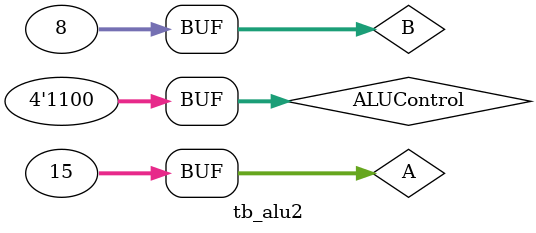
<source format=v>
`timescale 1ns/1ns
module tb_alu2();
reg [3:0] ALUControl;
reg [31:0] A, B;
wire [31:0] ALUResult;
wire Zero;

ALU32Bit u0(.ALUControl(ALUControl), .A(A), .B(B), .ALUResult(ALUResult), .Zero(Zero));

initial
begin
ALUControl = 4'b0000; A = 15; B = 8;
#250; ALUControl = 4'b0001; A = 15; B = 8;
#250; ALUControl = 4'b0010; A = 15; B = 8;
#250; ALUControl = 4'b0110; A = 15; B = 8;
#250; ALUControl = 4'b0111; A = 15; B = 8;
#250; ALUControl = 4'b1100; A = 15; B = 8;
end

endmodule

</source>
